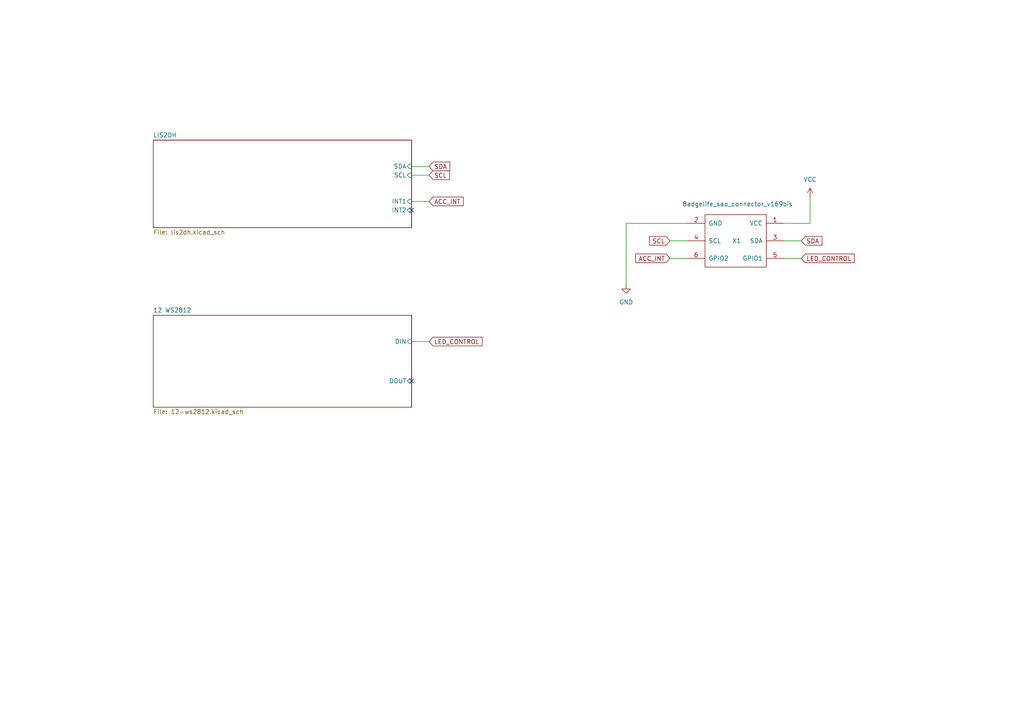
<source format=kicad_sch>
(kicad_sch (version 20240819) (generator "eeschema") (generator_version "8.99")
  (paper "A4")
  (title_block (title "BlinkyLoop SAO") (date "2024-09-15") (rev "1.0") (company "HXR.DK"))
  (lib_symbols
    (symbol "badgelife_shitty_addon_v169bis:Badgelife_sao_connector_v169bis" (pin_names (offset 1.016))
      (property "Reference" "X" (at 0 0 0))
      (property "Value" "Badgelife_sao_connector_v169bis" (at 0 20.32 0))
      (symbol "Badgelife_sao_connector_v169bis_0_1"
        (rectangle (start -7.62 8.89) (end 7.62 -8.89))
      )
      (symbol "Badgelife_sao_connector_v169bis_1_1"
        (pin input line (at -5.08 13.97 270) (length 5.08) (name "VCC") (number "1"))
        (pin input line (at -5.08 -13.97 90) (length 5.08) (name "GND") (number "2"))
        (pin input line (at 0 13.97 270) (length 5.08) (name "SDA") (number "3"))
        (pin input line (at 0 -13.97 90) (length 5.08) (name "SCL") (number "4"))
        (pin input line (at 5.08 13.97 270) (length 5.08) (name "GPIO1") (number "5"))
        (pin input line (at 5.08 -13.97 90) (length 5.08) (name "GPIO2") (number "6"))
      )
    )
    (symbol "power:GND" (power) (pin_numbers hide) (pin_names (offset 0) hide)
      (property "Value" "GND" (at 0 -3.81 0))
      (symbol "GND_0_1"
        (polyline (pts (xy 0 0) (xy 0 -1.27) (xy 1.27 -1.27) (xy 0 -2.54) (xy -1.27 -1.27) (xy 0 -1.27)))
      )
      (symbol "GND_1_1"
        (pin power_in line (at 0 0 270) (length 0) (name "~") (number "1"))
      )
    )
    (symbol "power:VCC" (power) (pin_numbers hide) (pin_names (offset 0) hide)
      (property "Value" "VCC" (at 0 3.556 0))
      (symbol "VCC_0_1"
        (polyline (pts (xy -0.762 1.27) (xy 0 2.54)))
        (polyline (pts (xy 0 2.54) (xy 0.762 1.27)))
        (polyline (pts (xy 0 0) (xy 0 2.54)))
      )
      (symbol "VCC_1_1"
        (pin power_in line (at 0 0 90) (length 0) (name "~") (number "1"))
      )
    )
  )
  (no_connect (at 119.38 110.49))
  (no_connect (at 119.38 60.96))
  (wire (pts (xy 119.38 48.26) (xy 124.46 48.26)))
  (wire (pts (xy 119.38 58.42) (xy 124.46 58.42)))
  (wire (pts (xy 119.38 50.8) (xy 124.46 50.8)))
  (wire (pts (xy 199.39 69.85) (xy 194.31 69.85)))
  (wire (pts (xy 227.33 64.77) (xy 234.95 64.77)))
  (wire (pts (xy 181.61 64.77) (xy 199.39 64.77)))
  (wire (pts (xy 194.31 74.93) (xy 199.39 74.93)))
  (wire (pts (xy 119.38 99.06) (xy 124.46 99.06)))
  (wire (pts (xy 234.95 57.15) (xy 234.95 64.77)))
  (wire (pts (xy 227.33 74.93) (xy 232.41 74.93)))
  (wire (pts (xy 181.61 82.55) (xy 181.61 64.77)))
  (wire (pts (xy 232.41 69.85) (xy 227.33 69.85)))
  (global_label "ACC_INT" (shape input) (at 194.31 74.93 180) (property "Intersheetrefs" "${INTERSHEET_REFS}" (effects (hide yes))))
  (global_label "SCL" (shape input) (at 194.31 69.85 180) (property "Intersheetrefs" "${INTERSHEET_REFS}" (effects (hide yes))))
  (global_label "SDA" (shape input) (at 232.41 69.85 0) (property "Intersheetrefs" "${INTERSHEET_REFS}" (effects (hide yes))))
  (global_label "SDA" (shape input) (at 124.46 48.26 0) (property "Intersheetrefs" "${INTERSHEET_REFS}" (effects (hide yes))))
  (global_label "SCL" (shape input) (at 124.46 50.8 0) (property "Intersheetrefs" "${INTERSHEET_REFS}" (effects (hide yes))))
  (global_label "LED_CONTROL" (shape input) (at 124.46 99.06 0) (property "Intersheetrefs" "${INTERSHEET_REFS}" (effects (hide yes))))
  (global_label "ACC_INT" (shape input) (at 124.46 58.42 0) (property "Intersheetrefs" "${INTERSHEET_REFS}" (effects (hide yes))))
  (global_label "LED_CONTROL" (shape input) (at 232.41 74.93 0) (property "Intersheetrefs" "${INTERSHEET_REFS}" (effects (hide yes))))
  (symbol (lib_id "power:GND") (at 181.61 82.55 0) (unit 1)
    (property "Reference" "#PWR02" (effects (hide yes)))
    (property "Value" "GND" (at 181.61 87.63 0))
    (property "Description" "Power symbol creates a global label with name \"GND\" , ground" (effects (hide yes)))
  )
  (symbol (lib_id "badgelife_shitty_addon_v169bis:Badgelife_sao_connector_v169bis") (at 213.36 69.85 270) (unit 1)
    (property "Reference" "X1" (at 212.344 69.85 90) (effects (justify left)))
    (property "Value" "Badgelife_sao_connector_v169bis" (at 197.866 59.182 90) (effects (justify left)))
    (property "Footprint" "badgelife_sao_v169bis:Badgelife-SAOv169-SAO-2x3" (effects (hide yes)))
  )
  (symbol (lib_id "power:VCC") (at 234.95 57.15 0) (unit 1)
    (property "Reference" "#PWR01" (effects (hide yes)))
    (property "Value" "VCC" (at 234.95 52.07 0))
    (property "Description" "Power symbol creates a global label with name \"VCC\"" (effects (hide yes)))
  )
  (sheet (at 44.45 91.44) (size 74.93 26.67) (stroke (width 0.1524))
    (property "Sheetname" "12 WS2812" (at 44.45 90.7284 0) (effects (justify left bottom)))
    (property "Sheetfile" "12-ws2812.kicad_sch" (at 44.45 118.6946 0) (effects (justify left top)))
    (pin "DIN" input (at 119.38 99.06 0))
    (pin "DOUT" input (at 119.38 110.49 0))
  )
  (sheet (at 44.45 40.64) (size 74.93 25.4) (stroke (width 0.1524))
    (property "Sheetname" "LIS2DH" (at 44.45 39.9284 0) (effects (justify left bottom)))
    (property "Sheetfile" "lis2dh.kicad_sch" (at 44.45 66.6246 0) (effects (justify left top)))
    (pin "SDA" input (at 119.38 48.26 0))
    (pin "SCL" input (at 119.38 50.8 0))
    (pin "INT1" input (at 119.38 58.42 0))
    (pin "INT2" input (at 119.38 60.96 0))
  )
)
</source>
